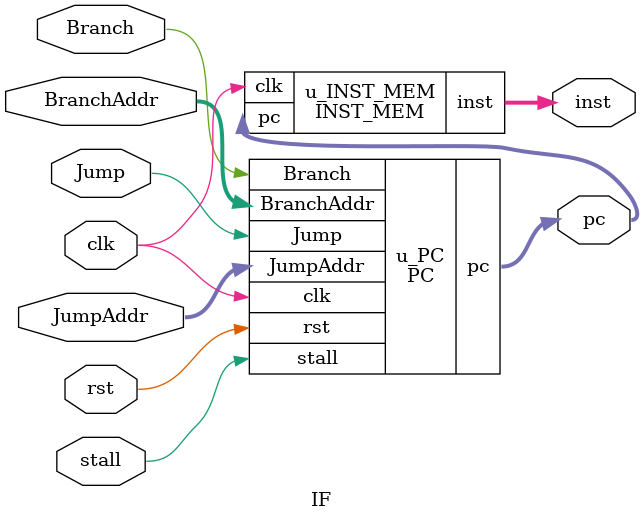
<source format=v>
module PC (
    input   clk,
    input   rst,
    input   stall,
    input   Branch,
    input   Jump,
    input       [31 : 0]    BranchAddr,
    input       [31 : 0]    JumpAddr,
    output  reg [31 : 0]    pc
);

    always @(posedge clk or negedge rst) begin
        if (!rst) begin
            pc <= 32'h0040_0000 - 4;
        end
        else if (stall) begin
            pc <= pc;
        end
        else if (Branch) begin
            pc <= BranchAddr;
        end
        else if (Jump) begin
            pc <= JumpAddr;
        end
        else begin
            pc <= pc + 4;
        end
    end

endmodule


module INST_MEM (
    input               clk,
    input   [31 : 0]    pc,
    // output  [31 : 0]    inst
    output reg [31 : 0] inst
);

    wire    [6 : 0]     Addr_real;
    assign  Addr_real = pc[8 : 2];

    // wire    ena;
    // assign  ena = 1;

    // wire    clk_n;
    // assign  clk_n = ~clk;

    // ROM_INST u_ROM_INST (
    //     .clka(clk_n),       // input wire clka
    //     .ena(ena),          // input wire ena
    //     .addra(Addr_real),  // input wire [6 : 0] addra
    //     .douta(inst)        // output wire [31 : 0] douta
    // );

    always @(*) begin
        case (Addr_real)
            ////////////////////////////////////// type your asm code here //////////////////////////////////////

            7'd0:    inst = 32'h2008_0000;
            7'd1:    inst = 32'h8d10_0000;
            7'd2:    inst = 32'h8d11_0004;
            7'd3:    inst = 32'h8d12_0008;
            7'd4:    inst = 32'h8d13_000c;
            7'd5:    inst = 32'h2114_0010;
            7'd6:    inst = 32'h0013_a880;
            7'd7:    inst = 32'h02b4_a820;
            7'd8:    inst = 32'h0013_b0c0;
            7'd9:    inst = 32'h02d4_b020;
            7'd10:   inst = 32'h2217_0001;
            7'd11:   inst = 32'h0017_b880;
            7'd12:   inst = 32'h02f6_b820;
            7'd13:   inst = 32'h2008_0000;
            7'd14:   inst = 32'h7212_4802;
            7'd15:   inst = 32'h200a_0090;
            7'd16:   inst = 32'h0008_5880;
            7'd17:   inst = 32'h016a_5820;
            7'd18:   inst = 32'had60_0000;
            7'd19:   inst = 32'h2108_0001;
            7'd20:   inst = 32'h0109_082a;
            7'd21:   inst = 32'h1420_fffa;
            7'd22:   inst = 32'h2008_0000;
            7'd23:   inst = 32'h2009_0090;
            7'd24:   inst = 32'h0008_5880;
            7'd25:   inst = 32'h0176_5820;
            7'd26:   inst = 32'h8d6c_0000;
            7'd27:   inst = 32'h8d6d_0004;
            7'd28:   inst = 32'h218a_0000;
            7'd29:   inst = 32'h000a_5880;
            7'd30:   inst = 32'h0175_5820;
            7'd31:   inst = 32'h8d6e_0000;
            7'd32:   inst = 32'h000a_5880;
            7'd33:   inst = 32'h0174_5820;
            7'd34:   inst = 32'h8d6f_0000;
            7'd35:   inst = 32'h2018_0000;
            7'd36:   inst = 32'h71d2_5802;
            7'd37:   inst = 32'h0178_5820;
            7'd38:   inst = 32'h000b_5880;
            7'd39:   inst = 32'h0177_5820;
            7'd40:   inst = 32'h8d62_0000;
            7'd41:   inst = 32'h704f_1002;
            7'd42:   inst = 32'h7112_5802;
            7'd43:   inst = 32'h0178_5820;
            7'd44:   inst = 32'h000b_5880;
            7'd45:   inst = 32'h0169_5820;
            7'd46:   inst = 32'h8d79_0000;
            7'd47:   inst = 32'h0322_c820;
            7'd48:   inst = 32'had79_0000;
            7'd49:   inst = 32'h2318_0001;
            7'd50:   inst = 32'h0312_082a;
            7'd51:   inst = 32'h1420_fff0;
            7'd52:   inst = 32'h214a_0001;
            7'd53:   inst = 32'h014d_082a;
            7'd54:   inst = 32'h1420_ffe6;
            7'd55:   inst = 32'h2108_0001;
            7'd56:   inst = 32'h0110_082a;
            7'd57:   inst = 32'h1420_ffde;
            
            7'd58:   inst = 32'h2017_4000;
            7'd59:   inst = 32'h0017_bc00;
            7'd60:   inst = 32'h22f7_0010;
            7'd61:   inst = 32'h2019_3e80;
            7'd62:   inst = 32'h0000_0000;
            7'd63:   inst = 32'h2018_00fa;
            7'd64:   inst = 32'h2009_0000;
            7'd65:   inst = 32'h2008_0090;
            7'd66:   inst = 32'h7212_8802;
            7'd67:   inst = 32'h1131_002c;
            7'd68:   inst = 32'h8d0b_0000;
            7'd69:   inst = 32'h0018_a820;
            7'd70:   inst = 32'h316a_000f;
            7'd71:   inst = 32'h000a_5080;
            7'd72:   inst = 32'h8d4c_0320;
            7'd73:   inst = 32'h218d_0100;
            7'd74:   inst = 32'haeed_0000;
            7'd75:   inst = 32'h0019_b020;
            7'd76:   inst = 32'h22d6_ffff;
            7'd77:   inst = 32'h12c0_0001;
            7'd78:   inst = 32'h0810_004c;
            7'd79:   inst = 32'h316a_00f0;
            7'd80:   inst = 32'h000a_5082;
            7'd81:   inst = 32'h8d4c_0320;
            7'd82:   inst = 32'h218d_0200;
            7'd83:   inst = 32'haeed_0000;
            7'd84:   inst = 32'h0019_b020;
            7'd85:   inst = 32'h22d6_ffff;
            7'd86:   inst = 32'h12c0_0001;
            7'd87:   inst = 32'h0810_0055;
            7'd88:   inst = 32'h316a_0f00;
            7'd89:   inst = 32'h000a_5182;
            7'd90:   inst = 32'h8d4c_0320;
            7'd91:   inst = 32'h218d_0400;
            7'd92:   inst = 32'haeed_0000;
            7'd93:   inst = 32'h0019_b020;
            7'd94:   inst = 32'h22d6_ffff;
            7'd95:   inst = 32'h12c0_0001;
            7'd96:   inst = 32'h0810_005e;
            7'd97:   inst = 32'h316a_f000;
            7'd98:   inst = 32'h000a_5282;
            7'd99:   inst = 32'h8d4c_0320;
            7'd100:  inst = 32'h218d_0800;
            7'd101:  inst = 32'haeed_0000;
            7'd102:  inst = 32'h0019_b020;
            7'd103:  inst = 32'h22d6_ffff;
            7'd104:  inst = 32'h12c0_0001;
            7'd105:  inst = 32'h0810_0067;
            7'd106:  inst = 32'h22b5_ffff;
            7'd107:  inst = 32'h12a0_0001;
            7'd108:  inst = 32'h0810_0046;
            7'd109:  inst = 32'h2108_0004;
            7'd110:  inst = 32'h2129_0001;
            7'd111:  inst = 32'h0810_0043;
            7'd112:  inst = 32'h2008_0f40;
            7'd113:  inst = 32'haee8_0000;
            7'd114:  inst = 32'h0810_0072;

            /////////////////////////////////////////////////////////////////////////////////////////////////////
            default:    inst = 32'h0000_0000;
        endcase
    end

endmodule


module IF (
    input   clk,
    input   rst,
    input   stall,
    input   Branch,
    input   Jump,
    input   [31 : 0]    BranchAddr,
    input   [31 : 0]    JumpAddr,
    output  [31 : 0]    pc,
    output  [31 : 0]    inst
);

    PC u_PC (
        .clk(clk),
        .rst(rst),
        .stall(stall),
        .Branch(Branch),
        .Jump(Jump),
        .BranchAddr(BranchAddr),
        .JumpAddr(JumpAddr),
        .pc(pc)
    );

    INST_MEM u_INST_MEM (
        .clk(clk),
        .pc(pc),
        .inst(inst)
    );

endmodule
</source>
